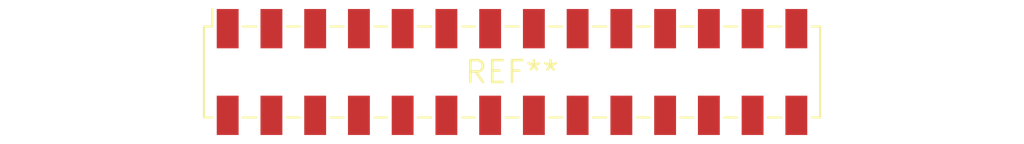
<source format=kicad_pcb>
(kicad_pcb (version 20240108) (generator pcbnew)
  (layers (0 "F.Cu" signal) (31 "B.Cu" signal) (34 "B.Paste" user) (35 "F.Paste" user) (36 "B.SilkS" user "B.Silkscreen") (37 "F.SilkS" user "F.Silkscreen") (38 "B.Mask" user) (39 "F.Mask" user) (44 "Edge.Cuts" user))
  (net 0 "")
  (footprint "Samtec_HLE-114-02-xxx-DV-LC_2x14_P2.54mm_Horizontal" (layer "F.Cu") (at 0 0)
    (property "Reference" "REF**")
    (property "Value" "Samtec_HLE-114-02-xxx-DV-LC_2x14_P2.54mm_Horizontal")
    (fp_line (start -17.89 -2.65) (end -17.89 2.65) (layer "F.SilkS") (stroke (width 0.12)))
    (fp_line (start -17.89 2.65) (end -17.405 2.65) (layer "F.SilkS") (stroke (width 0.12)))
    (fp_line (start -17.405 -3.67) (end -17.405 -2.65) (layer "F.SilkS") (stroke (width 0.12)))
    (fp_line (start -17.405 -2.65) (end -17.89 -2.65) (layer "F.SilkS") (stroke (width 0.12)))
    (fp_line (start -15.615 -2.65) (end -14.865 -2.65) (layer "F.SilkS") (stroke (width 0.12)))
    (fp_line (start -15.615 2.65) (end -14.865 2.65) (layer "F.SilkS") (stroke (width 0.12)))
    (fp_line (start -13.075 -2.65) (end -12.325 -2.65) (layer "F.SilkS") (stroke (width 0.12)))
    (fp_line (start -13.075 2.65) (end -12.325 2.65) (layer "F.SilkS") (stroke (width 0.12)))
    (fp_line (start -10.535 -2.65) (end -9.785 -2.65) (layer "F.SilkS") (stroke (width 0.12)))
    (fp_line (start -10.535 2.65) (end -9.785 2.65) (layer "F.SilkS") (stroke (width 0.12)))
    (fp_line (start -7.995 -2.65) (end -7.245 -2.65) (layer "F.SilkS") (stroke (width 0.12)))
    (fp_line (start -7.995 2.65) (end -7.245 2.65) (layer "F.SilkS") (stroke (width 0.12)))
    (fp_line (start -5.455 -2.65) (end -4.705 -2.65) (layer "F.SilkS") (stroke (width 0.12)))
    (fp_line (start -5.455 2.65) (end -4.705 2.65) (layer "F.SilkS") (stroke (width 0.12)))
    (fp_line (start -2.915 -2.65) (end -2.165 -2.65) (layer "F.SilkS") (stroke (width 0.12)))
    (fp_line (start -2.915 2.65) (end -2.165 2.65) (layer "F.SilkS") (stroke (width 0.12)))
    (fp_line (start -0.375 -2.65) (end 0.375 -2.65) (layer "F.SilkS") (stroke (width 0.12)))
    (fp_line (start -0.375 2.65) (end 0.375 2.65) (layer "F.SilkS") (stroke (width 0.12)))
    (fp_line (start 2.165 -2.65) (end 2.915 -2.65) (layer "F.SilkS") (stroke (width 0.12)))
    (fp_line (start 2.165 2.65) (end 2.915 2.65) (layer "F.SilkS") (stroke (width 0.12)))
    (fp_line (start 4.705 -2.65) (end 5.455 -2.65) (layer "F.SilkS") (stroke (width 0.12)))
    (fp_line (start 4.705 2.65) (end 5.455 2.65) (layer "F.SilkS") (stroke (width 0.12)))
    (fp_line (start 7.245 -2.65) (end 7.995 -2.65) (layer "F.SilkS") (stroke (width 0.12)))
    (fp_line (start 7.245 2.65) (end 7.995 2.65) (layer "F.SilkS") (stroke (width 0.12)))
    (fp_line (start 9.785 -2.65) (end 10.535 -2.65) (layer "F.SilkS") (stroke (width 0.12)))
    (fp_line (start 9.785 2.65) (end 10.535 2.65) (layer "F.SilkS") (stroke (width 0.12)))
    (fp_line (start 12.325 -2.65) (end 13.075 -2.65) (layer "F.SilkS") (stroke (width 0.12)))
    (fp_line (start 12.325 2.65) (end 13.075 2.65) (layer "F.SilkS") (stroke (width 0.12)))
    (fp_line (start 14.865 -2.65) (end 15.615 -2.65) (layer "F.SilkS") (stroke (width 0.12)))
    (fp_line (start 14.865 2.65) (end 15.615 2.65) (layer "F.SilkS") (stroke (width 0.12)))
    (fp_line (start 17.405 -2.65) (end 17.89 -2.65) (layer "F.SilkS") (stroke (width 0.12)))
    (fp_line (start 17.89 -2.65) (end 17.89 2.65) (layer "F.SilkS") (stroke (width 0.12)))
    (fp_line (start 17.89 2.65) (end 17.405 2.65) (layer "F.SilkS") (stroke (width 0.12)))
    (pad "" np_thru_hole circle (at -15.24 0) (size 1.19 1.19) (drill 1.19) (layers *.Cu *.Mask))
    (pad "" np_thru_hole circle (at 15.24 0) (size 1.19 1.19) (drill 1.19) (layers *.Cu *.Mask))
    (pad "1" smd rect (at -16.51 -2.525) (size 1.27 2.29) (layers "F.Cu" "F.Paste" "F.Mask"))
    (pad "2" smd rect (at -16.51 2.525) (size 1.27 2.29) (layers "F.Cu" "F.Paste" "F.Mask"))
    (pad "3" smd rect (at -13.97 -2.525) (size 1.27 2.29) (layers "F.Cu" "F.Paste" "F.Mask"))
    (pad "4" smd rect (at -13.97 2.525) (size 1.27 2.29) (layers "F.Cu" "F.Paste" "F.Mask"))
    (pad "5" smd rect (at -11.43 -2.525) (size 1.27 2.29) (layers "F.Cu" "F.Paste" "F.Mask"))
    (pad "6" smd rect (at -11.43 2.525) (size 1.27 2.29) (layers "F.Cu" "F.Paste" "F.Mask"))
    (pad "7" smd rect (at -8.89 -2.525) (size 1.27 2.29) (layers "F.Cu" "F.Paste" "F.Mask"))
    (pad "8" smd rect (at -8.89 2.525) (size 1.27 2.29) (layers "F.Cu" "F.Paste" "F.Mask"))
    (pad "9" smd rect (at -6.35 -2.525) (size 1.27 2.29) (layers "F.Cu" "F.Paste" "F.Mask"))
    (pad "10" smd rect (at -6.35 2.525) (size 1.27 2.29) (layers "F.Cu" "F.Paste" "F.Mask"))
    (pad "11" smd rect (at -3.81 -2.525) (size 1.27 2.29) (layers "F.Cu" "F.Paste" "F.Mask"))
    (pad "12" smd rect (at -3.81 2.525) (size 1.27 2.29) (layers "F.Cu" "F.Paste" "F.Mask"))
    (pad "13" smd rect (at -1.27 -2.525) (size 1.27 2.29) (layers "F.Cu" "F.Paste" "F.Mask"))
    (pad "14" smd rect (at -1.27 2.525) (size 1.27 2.29) (layers "F.Cu" "F.Paste" "F.Mask"))
    (pad "15" smd rect (at 1.27 -2.525) (size 1.27 2.29) (layers "F.Cu" "F.Paste" "F.Mask"))
    (pad "16" smd rect (at 1.27 2.525) (size 1.27 2.29) (layers "F.Cu" "F.Paste" "F.Mask"))
    (pad "17" smd rect (at 3.81 -2.525) (size 1.27 2.29) (layers "F.Cu" "F.Paste" "F.Mask"))
    (pad "18" smd rect (at 3.81 2.525) (size 1.27 2.29) (layers "F.Cu" "F.Paste" "F.Mask"))
    (pad "19" smd rect (at 6.35 -2.525) (size 1.27 2.29) (layers "F.Cu" "F.Paste" "F.Mask"))
    (pad "20" smd rect (at 6.35 2.525) (size 1.27 2.29) (layers "F.Cu" "F.Paste" "F.Mask"))
    (pad "21" smd rect (at 8.89 -2.525) (size 1.27 2.29) (layers "F.Cu" "F.Paste" "F.Mask"))
    (pad "22" smd rect (at 8.89 2.525) (size 1.27 2.29) (layers "F.Cu" "F.Paste" "F.Mask"))
    (pad "23" smd rect (at 11.43 -2.525) (size 1.27 2.29) (layers "F.Cu" "F.Paste" "F.Mask"))
    (pad "24" smd rect (at 11.43 2.525) (size 1.27 2.29) (layers "F.Cu" "F.Paste" "F.Mask"))
    (pad "25" smd rect (at 13.97 -2.525) (size 1.27 2.29) (layers "F.Cu" "F.Paste" "F.Mask"))
    (pad "26" smd rect (at 13.97 2.525) (size 1.27 2.29) (layers "F.Cu" "F.Paste" "F.Mask"))
    (pad "27" smd rect (at 16.51 -2.525) (size 1.27 2.29) (layers "F.Cu" "F.Paste" "F.Mask"))
    (pad "28" smd rect (at 16.51 2.525) (size 1.27 2.29) (layers "F.Cu" "F.Paste" "F.Mask"))
  )
)
</source>
